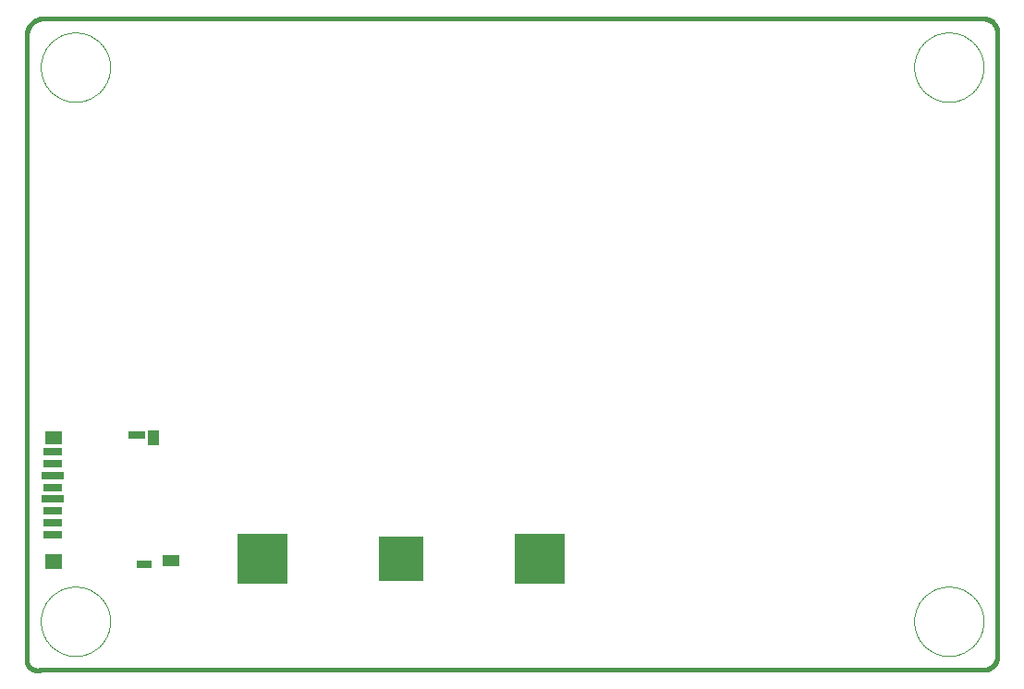
<source format=gtp>
G75*
%MOIN*%
%OFA0B0*%
%FSLAX25Y25*%
%IPPOS*%
%LPD*%
%AMOC8*
5,1,8,0,0,1.08239X$1,22.5*
%
%ADD10C,0.00100*%
%ADD11C,0.01600*%
%ADD12R,0.16000X0.16000*%
%ADD13R,0.18000X0.18000*%
%ADD14R,0.05906X0.05512*%
%ADD15R,0.05906X0.05118*%
%ADD16R,0.06890X0.02756*%
%ADD17R,0.08000X0.02756*%
%ADD18R,0.05906X0.03150*%
%ADD19R,0.03937X0.05512*%
%ADD20R,0.05512X0.03150*%
%ADD21R,0.06102X0.03937*%
D10*
X0022500Y0019503D02*
X0022504Y0019810D01*
X0022515Y0020116D01*
X0022534Y0020423D01*
X0022560Y0020728D01*
X0022594Y0021033D01*
X0022635Y0021337D01*
X0022684Y0021640D01*
X0022740Y0021942D01*
X0022804Y0022242D01*
X0022875Y0022540D01*
X0022953Y0022837D01*
X0023038Y0023132D01*
X0023131Y0023424D01*
X0023231Y0023714D01*
X0023338Y0024002D01*
X0023452Y0024287D01*
X0023572Y0024569D01*
X0023700Y0024847D01*
X0023835Y0025123D01*
X0023976Y0025395D01*
X0024124Y0025664D01*
X0024278Y0025929D01*
X0024439Y0026190D01*
X0024607Y0026448D01*
X0024780Y0026701D01*
X0024960Y0026949D01*
X0025146Y0027193D01*
X0025337Y0027433D01*
X0025535Y0027668D01*
X0025738Y0027897D01*
X0025947Y0028122D01*
X0026161Y0028342D01*
X0026381Y0028556D01*
X0026606Y0028765D01*
X0026835Y0028968D01*
X0027070Y0029166D01*
X0027310Y0029357D01*
X0027554Y0029543D01*
X0027802Y0029723D01*
X0028055Y0029896D01*
X0028313Y0030064D01*
X0028574Y0030225D01*
X0028839Y0030379D01*
X0029108Y0030527D01*
X0029380Y0030668D01*
X0029656Y0030803D01*
X0029934Y0030931D01*
X0030216Y0031051D01*
X0030501Y0031165D01*
X0030789Y0031272D01*
X0031079Y0031372D01*
X0031371Y0031465D01*
X0031666Y0031550D01*
X0031963Y0031628D01*
X0032261Y0031699D01*
X0032561Y0031763D01*
X0032863Y0031819D01*
X0033166Y0031868D01*
X0033470Y0031909D01*
X0033775Y0031943D01*
X0034080Y0031969D01*
X0034387Y0031988D01*
X0034693Y0031999D01*
X0035000Y0032003D01*
X0035307Y0031999D01*
X0035613Y0031988D01*
X0035920Y0031969D01*
X0036225Y0031943D01*
X0036530Y0031909D01*
X0036834Y0031868D01*
X0037137Y0031819D01*
X0037439Y0031763D01*
X0037739Y0031699D01*
X0038037Y0031628D01*
X0038334Y0031550D01*
X0038629Y0031465D01*
X0038921Y0031372D01*
X0039211Y0031272D01*
X0039499Y0031165D01*
X0039784Y0031051D01*
X0040066Y0030931D01*
X0040344Y0030803D01*
X0040620Y0030668D01*
X0040892Y0030527D01*
X0041161Y0030379D01*
X0041426Y0030225D01*
X0041687Y0030064D01*
X0041945Y0029896D01*
X0042198Y0029723D01*
X0042446Y0029543D01*
X0042690Y0029357D01*
X0042930Y0029166D01*
X0043165Y0028968D01*
X0043394Y0028765D01*
X0043619Y0028556D01*
X0043839Y0028342D01*
X0044053Y0028122D01*
X0044262Y0027897D01*
X0044465Y0027668D01*
X0044663Y0027433D01*
X0044854Y0027193D01*
X0045040Y0026949D01*
X0045220Y0026701D01*
X0045393Y0026448D01*
X0045561Y0026190D01*
X0045722Y0025929D01*
X0045876Y0025664D01*
X0046024Y0025395D01*
X0046165Y0025123D01*
X0046300Y0024847D01*
X0046428Y0024569D01*
X0046548Y0024287D01*
X0046662Y0024002D01*
X0046769Y0023714D01*
X0046869Y0023424D01*
X0046962Y0023132D01*
X0047047Y0022837D01*
X0047125Y0022540D01*
X0047196Y0022242D01*
X0047260Y0021942D01*
X0047316Y0021640D01*
X0047365Y0021337D01*
X0047406Y0021033D01*
X0047440Y0020728D01*
X0047466Y0020423D01*
X0047485Y0020116D01*
X0047496Y0019810D01*
X0047500Y0019503D01*
X0047496Y0019196D01*
X0047485Y0018890D01*
X0047466Y0018583D01*
X0047440Y0018278D01*
X0047406Y0017973D01*
X0047365Y0017669D01*
X0047316Y0017366D01*
X0047260Y0017064D01*
X0047196Y0016764D01*
X0047125Y0016466D01*
X0047047Y0016169D01*
X0046962Y0015874D01*
X0046869Y0015582D01*
X0046769Y0015292D01*
X0046662Y0015004D01*
X0046548Y0014719D01*
X0046428Y0014437D01*
X0046300Y0014159D01*
X0046165Y0013883D01*
X0046024Y0013611D01*
X0045876Y0013342D01*
X0045722Y0013077D01*
X0045561Y0012816D01*
X0045393Y0012558D01*
X0045220Y0012305D01*
X0045040Y0012057D01*
X0044854Y0011813D01*
X0044663Y0011573D01*
X0044465Y0011338D01*
X0044262Y0011109D01*
X0044053Y0010884D01*
X0043839Y0010664D01*
X0043619Y0010450D01*
X0043394Y0010241D01*
X0043165Y0010038D01*
X0042930Y0009840D01*
X0042690Y0009649D01*
X0042446Y0009463D01*
X0042198Y0009283D01*
X0041945Y0009110D01*
X0041687Y0008942D01*
X0041426Y0008781D01*
X0041161Y0008627D01*
X0040892Y0008479D01*
X0040620Y0008338D01*
X0040344Y0008203D01*
X0040066Y0008075D01*
X0039784Y0007955D01*
X0039499Y0007841D01*
X0039211Y0007734D01*
X0038921Y0007634D01*
X0038629Y0007541D01*
X0038334Y0007456D01*
X0038037Y0007378D01*
X0037739Y0007307D01*
X0037439Y0007243D01*
X0037137Y0007187D01*
X0036834Y0007138D01*
X0036530Y0007097D01*
X0036225Y0007063D01*
X0035920Y0007037D01*
X0035613Y0007018D01*
X0035307Y0007007D01*
X0035000Y0007003D01*
X0034693Y0007007D01*
X0034387Y0007018D01*
X0034080Y0007037D01*
X0033775Y0007063D01*
X0033470Y0007097D01*
X0033166Y0007138D01*
X0032863Y0007187D01*
X0032561Y0007243D01*
X0032261Y0007307D01*
X0031963Y0007378D01*
X0031666Y0007456D01*
X0031371Y0007541D01*
X0031079Y0007634D01*
X0030789Y0007734D01*
X0030501Y0007841D01*
X0030216Y0007955D01*
X0029934Y0008075D01*
X0029656Y0008203D01*
X0029380Y0008338D01*
X0029108Y0008479D01*
X0028839Y0008627D01*
X0028574Y0008781D01*
X0028313Y0008942D01*
X0028055Y0009110D01*
X0027802Y0009283D01*
X0027554Y0009463D01*
X0027310Y0009649D01*
X0027070Y0009840D01*
X0026835Y0010038D01*
X0026606Y0010241D01*
X0026381Y0010450D01*
X0026161Y0010664D01*
X0025947Y0010884D01*
X0025738Y0011109D01*
X0025535Y0011338D01*
X0025337Y0011573D01*
X0025146Y0011813D01*
X0024960Y0012057D01*
X0024780Y0012305D01*
X0024607Y0012558D01*
X0024439Y0012816D01*
X0024278Y0013077D01*
X0024124Y0013342D01*
X0023976Y0013611D01*
X0023835Y0013883D01*
X0023700Y0014159D01*
X0023572Y0014437D01*
X0023452Y0014719D01*
X0023338Y0015004D01*
X0023231Y0015292D01*
X0023131Y0015582D01*
X0023038Y0015874D01*
X0022953Y0016169D01*
X0022875Y0016466D01*
X0022804Y0016764D01*
X0022740Y0017064D01*
X0022684Y0017366D01*
X0022635Y0017669D01*
X0022594Y0017973D01*
X0022560Y0018278D01*
X0022534Y0018583D01*
X0022515Y0018890D01*
X0022504Y0019196D01*
X0022500Y0019503D01*
X0022500Y0219503D02*
X0022504Y0219810D01*
X0022515Y0220116D01*
X0022534Y0220423D01*
X0022560Y0220728D01*
X0022594Y0221033D01*
X0022635Y0221337D01*
X0022684Y0221640D01*
X0022740Y0221942D01*
X0022804Y0222242D01*
X0022875Y0222540D01*
X0022953Y0222837D01*
X0023038Y0223132D01*
X0023131Y0223424D01*
X0023231Y0223714D01*
X0023338Y0224002D01*
X0023452Y0224287D01*
X0023572Y0224569D01*
X0023700Y0224847D01*
X0023835Y0225123D01*
X0023976Y0225395D01*
X0024124Y0225664D01*
X0024278Y0225929D01*
X0024439Y0226190D01*
X0024607Y0226448D01*
X0024780Y0226701D01*
X0024960Y0226949D01*
X0025146Y0227193D01*
X0025337Y0227433D01*
X0025535Y0227668D01*
X0025738Y0227897D01*
X0025947Y0228122D01*
X0026161Y0228342D01*
X0026381Y0228556D01*
X0026606Y0228765D01*
X0026835Y0228968D01*
X0027070Y0229166D01*
X0027310Y0229357D01*
X0027554Y0229543D01*
X0027802Y0229723D01*
X0028055Y0229896D01*
X0028313Y0230064D01*
X0028574Y0230225D01*
X0028839Y0230379D01*
X0029108Y0230527D01*
X0029380Y0230668D01*
X0029656Y0230803D01*
X0029934Y0230931D01*
X0030216Y0231051D01*
X0030501Y0231165D01*
X0030789Y0231272D01*
X0031079Y0231372D01*
X0031371Y0231465D01*
X0031666Y0231550D01*
X0031963Y0231628D01*
X0032261Y0231699D01*
X0032561Y0231763D01*
X0032863Y0231819D01*
X0033166Y0231868D01*
X0033470Y0231909D01*
X0033775Y0231943D01*
X0034080Y0231969D01*
X0034387Y0231988D01*
X0034693Y0231999D01*
X0035000Y0232003D01*
X0035307Y0231999D01*
X0035613Y0231988D01*
X0035920Y0231969D01*
X0036225Y0231943D01*
X0036530Y0231909D01*
X0036834Y0231868D01*
X0037137Y0231819D01*
X0037439Y0231763D01*
X0037739Y0231699D01*
X0038037Y0231628D01*
X0038334Y0231550D01*
X0038629Y0231465D01*
X0038921Y0231372D01*
X0039211Y0231272D01*
X0039499Y0231165D01*
X0039784Y0231051D01*
X0040066Y0230931D01*
X0040344Y0230803D01*
X0040620Y0230668D01*
X0040892Y0230527D01*
X0041161Y0230379D01*
X0041426Y0230225D01*
X0041687Y0230064D01*
X0041945Y0229896D01*
X0042198Y0229723D01*
X0042446Y0229543D01*
X0042690Y0229357D01*
X0042930Y0229166D01*
X0043165Y0228968D01*
X0043394Y0228765D01*
X0043619Y0228556D01*
X0043839Y0228342D01*
X0044053Y0228122D01*
X0044262Y0227897D01*
X0044465Y0227668D01*
X0044663Y0227433D01*
X0044854Y0227193D01*
X0045040Y0226949D01*
X0045220Y0226701D01*
X0045393Y0226448D01*
X0045561Y0226190D01*
X0045722Y0225929D01*
X0045876Y0225664D01*
X0046024Y0225395D01*
X0046165Y0225123D01*
X0046300Y0224847D01*
X0046428Y0224569D01*
X0046548Y0224287D01*
X0046662Y0224002D01*
X0046769Y0223714D01*
X0046869Y0223424D01*
X0046962Y0223132D01*
X0047047Y0222837D01*
X0047125Y0222540D01*
X0047196Y0222242D01*
X0047260Y0221942D01*
X0047316Y0221640D01*
X0047365Y0221337D01*
X0047406Y0221033D01*
X0047440Y0220728D01*
X0047466Y0220423D01*
X0047485Y0220116D01*
X0047496Y0219810D01*
X0047500Y0219503D01*
X0047496Y0219196D01*
X0047485Y0218890D01*
X0047466Y0218583D01*
X0047440Y0218278D01*
X0047406Y0217973D01*
X0047365Y0217669D01*
X0047316Y0217366D01*
X0047260Y0217064D01*
X0047196Y0216764D01*
X0047125Y0216466D01*
X0047047Y0216169D01*
X0046962Y0215874D01*
X0046869Y0215582D01*
X0046769Y0215292D01*
X0046662Y0215004D01*
X0046548Y0214719D01*
X0046428Y0214437D01*
X0046300Y0214159D01*
X0046165Y0213883D01*
X0046024Y0213611D01*
X0045876Y0213342D01*
X0045722Y0213077D01*
X0045561Y0212816D01*
X0045393Y0212558D01*
X0045220Y0212305D01*
X0045040Y0212057D01*
X0044854Y0211813D01*
X0044663Y0211573D01*
X0044465Y0211338D01*
X0044262Y0211109D01*
X0044053Y0210884D01*
X0043839Y0210664D01*
X0043619Y0210450D01*
X0043394Y0210241D01*
X0043165Y0210038D01*
X0042930Y0209840D01*
X0042690Y0209649D01*
X0042446Y0209463D01*
X0042198Y0209283D01*
X0041945Y0209110D01*
X0041687Y0208942D01*
X0041426Y0208781D01*
X0041161Y0208627D01*
X0040892Y0208479D01*
X0040620Y0208338D01*
X0040344Y0208203D01*
X0040066Y0208075D01*
X0039784Y0207955D01*
X0039499Y0207841D01*
X0039211Y0207734D01*
X0038921Y0207634D01*
X0038629Y0207541D01*
X0038334Y0207456D01*
X0038037Y0207378D01*
X0037739Y0207307D01*
X0037439Y0207243D01*
X0037137Y0207187D01*
X0036834Y0207138D01*
X0036530Y0207097D01*
X0036225Y0207063D01*
X0035920Y0207037D01*
X0035613Y0207018D01*
X0035307Y0207007D01*
X0035000Y0207003D01*
X0034693Y0207007D01*
X0034387Y0207018D01*
X0034080Y0207037D01*
X0033775Y0207063D01*
X0033470Y0207097D01*
X0033166Y0207138D01*
X0032863Y0207187D01*
X0032561Y0207243D01*
X0032261Y0207307D01*
X0031963Y0207378D01*
X0031666Y0207456D01*
X0031371Y0207541D01*
X0031079Y0207634D01*
X0030789Y0207734D01*
X0030501Y0207841D01*
X0030216Y0207955D01*
X0029934Y0208075D01*
X0029656Y0208203D01*
X0029380Y0208338D01*
X0029108Y0208479D01*
X0028839Y0208627D01*
X0028574Y0208781D01*
X0028313Y0208942D01*
X0028055Y0209110D01*
X0027802Y0209283D01*
X0027554Y0209463D01*
X0027310Y0209649D01*
X0027070Y0209840D01*
X0026835Y0210038D01*
X0026606Y0210241D01*
X0026381Y0210450D01*
X0026161Y0210664D01*
X0025947Y0210884D01*
X0025738Y0211109D01*
X0025535Y0211338D01*
X0025337Y0211573D01*
X0025146Y0211813D01*
X0024960Y0212057D01*
X0024780Y0212305D01*
X0024607Y0212558D01*
X0024439Y0212816D01*
X0024278Y0213077D01*
X0024124Y0213342D01*
X0023976Y0213611D01*
X0023835Y0213883D01*
X0023700Y0214159D01*
X0023572Y0214437D01*
X0023452Y0214719D01*
X0023338Y0215004D01*
X0023231Y0215292D01*
X0023131Y0215582D01*
X0023038Y0215874D01*
X0022953Y0216169D01*
X0022875Y0216466D01*
X0022804Y0216764D01*
X0022740Y0217064D01*
X0022684Y0217366D01*
X0022635Y0217669D01*
X0022594Y0217973D01*
X0022560Y0218278D01*
X0022534Y0218583D01*
X0022515Y0218890D01*
X0022504Y0219196D01*
X0022500Y0219503D01*
X0337500Y0219503D02*
X0337504Y0219810D01*
X0337515Y0220116D01*
X0337534Y0220423D01*
X0337560Y0220728D01*
X0337594Y0221033D01*
X0337635Y0221337D01*
X0337684Y0221640D01*
X0337740Y0221942D01*
X0337804Y0222242D01*
X0337875Y0222540D01*
X0337953Y0222837D01*
X0338038Y0223132D01*
X0338131Y0223424D01*
X0338231Y0223714D01*
X0338338Y0224002D01*
X0338452Y0224287D01*
X0338572Y0224569D01*
X0338700Y0224847D01*
X0338835Y0225123D01*
X0338976Y0225395D01*
X0339124Y0225664D01*
X0339278Y0225929D01*
X0339439Y0226190D01*
X0339607Y0226448D01*
X0339780Y0226701D01*
X0339960Y0226949D01*
X0340146Y0227193D01*
X0340337Y0227433D01*
X0340535Y0227668D01*
X0340738Y0227897D01*
X0340947Y0228122D01*
X0341161Y0228342D01*
X0341381Y0228556D01*
X0341606Y0228765D01*
X0341835Y0228968D01*
X0342070Y0229166D01*
X0342310Y0229357D01*
X0342554Y0229543D01*
X0342802Y0229723D01*
X0343055Y0229896D01*
X0343313Y0230064D01*
X0343574Y0230225D01*
X0343839Y0230379D01*
X0344108Y0230527D01*
X0344380Y0230668D01*
X0344656Y0230803D01*
X0344934Y0230931D01*
X0345216Y0231051D01*
X0345501Y0231165D01*
X0345789Y0231272D01*
X0346079Y0231372D01*
X0346371Y0231465D01*
X0346666Y0231550D01*
X0346963Y0231628D01*
X0347261Y0231699D01*
X0347561Y0231763D01*
X0347863Y0231819D01*
X0348166Y0231868D01*
X0348470Y0231909D01*
X0348775Y0231943D01*
X0349080Y0231969D01*
X0349387Y0231988D01*
X0349693Y0231999D01*
X0350000Y0232003D01*
X0350307Y0231999D01*
X0350613Y0231988D01*
X0350920Y0231969D01*
X0351225Y0231943D01*
X0351530Y0231909D01*
X0351834Y0231868D01*
X0352137Y0231819D01*
X0352439Y0231763D01*
X0352739Y0231699D01*
X0353037Y0231628D01*
X0353334Y0231550D01*
X0353629Y0231465D01*
X0353921Y0231372D01*
X0354211Y0231272D01*
X0354499Y0231165D01*
X0354784Y0231051D01*
X0355066Y0230931D01*
X0355344Y0230803D01*
X0355620Y0230668D01*
X0355892Y0230527D01*
X0356161Y0230379D01*
X0356426Y0230225D01*
X0356687Y0230064D01*
X0356945Y0229896D01*
X0357198Y0229723D01*
X0357446Y0229543D01*
X0357690Y0229357D01*
X0357930Y0229166D01*
X0358165Y0228968D01*
X0358394Y0228765D01*
X0358619Y0228556D01*
X0358839Y0228342D01*
X0359053Y0228122D01*
X0359262Y0227897D01*
X0359465Y0227668D01*
X0359663Y0227433D01*
X0359854Y0227193D01*
X0360040Y0226949D01*
X0360220Y0226701D01*
X0360393Y0226448D01*
X0360561Y0226190D01*
X0360722Y0225929D01*
X0360876Y0225664D01*
X0361024Y0225395D01*
X0361165Y0225123D01*
X0361300Y0224847D01*
X0361428Y0224569D01*
X0361548Y0224287D01*
X0361662Y0224002D01*
X0361769Y0223714D01*
X0361869Y0223424D01*
X0361962Y0223132D01*
X0362047Y0222837D01*
X0362125Y0222540D01*
X0362196Y0222242D01*
X0362260Y0221942D01*
X0362316Y0221640D01*
X0362365Y0221337D01*
X0362406Y0221033D01*
X0362440Y0220728D01*
X0362466Y0220423D01*
X0362485Y0220116D01*
X0362496Y0219810D01*
X0362500Y0219503D01*
X0362496Y0219196D01*
X0362485Y0218890D01*
X0362466Y0218583D01*
X0362440Y0218278D01*
X0362406Y0217973D01*
X0362365Y0217669D01*
X0362316Y0217366D01*
X0362260Y0217064D01*
X0362196Y0216764D01*
X0362125Y0216466D01*
X0362047Y0216169D01*
X0361962Y0215874D01*
X0361869Y0215582D01*
X0361769Y0215292D01*
X0361662Y0215004D01*
X0361548Y0214719D01*
X0361428Y0214437D01*
X0361300Y0214159D01*
X0361165Y0213883D01*
X0361024Y0213611D01*
X0360876Y0213342D01*
X0360722Y0213077D01*
X0360561Y0212816D01*
X0360393Y0212558D01*
X0360220Y0212305D01*
X0360040Y0212057D01*
X0359854Y0211813D01*
X0359663Y0211573D01*
X0359465Y0211338D01*
X0359262Y0211109D01*
X0359053Y0210884D01*
X0358839Y0210664D01*
X0358619Y0210450D01*
X0358394Y0210241D01*
X0358165Y0210038D01*
X0357930Y0209840D01*
X0357690Y0209649D01*
X0357446Y0209463D01*
X0357198Y0209283D01*
X0356945Y0209110D01*
X0356687Y0208942D01*
X0356426Y0208781D01*
X0356161Y0208627D01*
X0355892Y0208479D01*
X0355620Y0208338D01*
X0355344Y0208203D01*
X0355066Y0208075D01*
X0354784Y0207955D01*
X0354499Y0207841D01*
X0354211Y0207734D01*
X0353921Y0207634D01*
X0353629Y0207541D01*
X0353334Y0207456D01*
X0353037Y0207378D01*
X0352739Y0207307D01*
X0352439Y0207243D01*
X0352137Y0207187D01*
X0351834Y0207138D01*
X0351530Y0207097D01*
X0351225Y0207063D01*
X0350920Y0207037D01*
X0350613Y0207018D01*
X0350307Y0207007D01*
X0350000Y0207003D01*
X0349693Y0207007D01*
X0349387Y0207018D01*
X0349080Y0207037D01*
X0348775Y0207063D01*
X0348470Y0207097D01*
X0348166Y0207138D01*
X0347863Y0207187D01*
X0347561Y0207243D01*
X0347261Y0207307D01*
X0346963Y0207378D01*
X0346666Y0207456D01*
X0346371Y0207541D01*
X0346079Y0207634D01*
X0345789Y0207734D01*
X0345501Y0207841D01*
X0345216Y0207955D01*
X0344934Y0208075D01*
X0344656Y0208203D01*
X0344380Y0208338D01*
X0344108Y0208479D01*
X0343839Y0208627D01*
X0343574Y0208781D01*
X0343313Y0208942D01*
X0343055Y0209110D01*
X0342802Y0209283D01*
X0342554Y0209463D01*
X0342310Y0209649D01*
X0342070Y0209840D01*
X0341835Y0210038D01*
X0341606Y0210241D01*
X0341381Y0210450D01*
X0341161Y0210664D01*
X0340947Y0210884D01*
X0340738Y0211109D01*
X0340535Y0211338D01*
X0340337Y0211573D01*
X0340146Y0211813D01*
X0339960Y0212057D01*
X0339780Y0212305D01*
X0339607Y0212558D01*
X0339439Y0212816D01*
X0339278Y0213077D01*
X0339124Y0213342D01*
X0338976Y0213611D01*
X0338835Y0213883D01*
X0338700Y0214159D01*
X0338572Y0214437D01*
X0338452Y0214719D01*
X0338338Y0215004D01*
X0338231Y0215292D01*
X0338131Y0215582D01*
X0338038Y0215874D01*
X0337953Y0216169D01*
X0337875Y0216466D01*
X0337804Y0216764D01*
X0337740Y0217064D01*
X0337684Y0217366D01*
X0337635Y0217669D01*
X0337594Y0217973D01*
X0337560Y0218278D01*
X0337534Y0218583D01*
X0337515Y0218890D01*
X0337504Y0219196D01*
X0337500Y0219503D01*
X0337500Y0019503D02*
X0337504Y0019810D01*
X0337515Y0020116D01*
X0337534Y0020423D01*
X0337560Y0020728D01*
X0337594Y0021033D01*
X0337635Y0021337D01*
X0337684Y0021640D01*
X0337740Y0021942D01*
X0337804Y0022242D01*
X0337875Y0022540D01*
X0337953Y0022837D01*
X0338038Y0023132D01*
X0338131Y0023424D01*
X0338231Y0023714D01*
X0338338Y0024002D01*
X0338452Y0024287D01*
X0338572Y0024569D01*
X0338700Y0024847D01*
X0338835Y0025123D01*
X0338976Y0025395D01*
X0339124Y0025664D01*
X0339278Y0025929D01*
X0339439Y0026190D01*
X0339607Y0026448D01*
X0339780Y0026701D01*
X0339960Y0026949D01*
X0340146Y0027193D01*
X0340337Y0027433D01*
X0340535Y0027668D01*
X0340738Y0027897D01*
X0340947Y0028122D01*
X0341161Y0028342D01*
X0341381Y0028556D01*
X0341606Y0028765D01*
X0341835Y0028968D01*
X0342070Y0029166D01*
X0342310Y0029357D01*
X0342554Y0029543D01*
X0342802Y0029723D01*
X0343055Y0029896D01*
X0343313Y0030064D01*
X0343574Y0030225D01*
X0343839Y0030379D01*
X0344108Y0030527D01*
X0344380Y0030668D01*
X0344656Y0030803D01*
X0344934Y0030931D01*
X0345216Y0031051D01*
X0345501Y0031165D01*
X0345789Y0031272D01*
X0346079Y0031372D01*
X0346371Y0031465D01*
X0346666Y0031550D01*
X0346963Y0031628D01*
X0347261Y0031699D01*
X0347561Y0031763D01*
X0347863Y0031819D01*
X0348166Y0031868D01*
X0348470Y0031909D01*
X0348775Y0031943D01*
X0349080Y0031969D01*
X0349387Y0031988D01*
X0349693Y0031999D01*
X0350000Y0032003D01*
X0350307Y0031999D01*
X0350613Y0031988D01*
X0350920Y0031969D01*
X0351225Y0031943D01*
X0351530Y0031909D01*
X0351834Y0031868D01*
X0352137Y0031819D01*
X0352439Y0031763D01*
X0352739Y0031699D01*
X0353037Y0031628D01*
X0353334Y0031550D01*
X0353629Y0031465D01*
X0353921Y0031372D01*
X0354211Y0031272D01*
X0354499Y0031165D01*
X0354784Y0031051D01*
X0355066Y0030931D01*
X0355344Y0030803D01*
X0355620Y0030668D01*
X0355892Y0030527D01*
X0356161Y0030379D01*
X0356426Y0030225D01*
X0356687Y0030064D01*
X0356945Y0029896D01*
X0357198Y0029723D01*
X0357446Y0029543D01*
X0357690Y0029357D01*
X0357930Y0029166D01*
X0358165Y0028968D01*
X0358394Y0028765D01*
X0358619Y0028556D01*
X0358839Y0028342D01*
X0359053Y0028122D01*
X0359262Y0027897D01*
X0359465Y0027668D01*
X0359663Y0027433D01*
X0359854Y0027193D01*
X0360040Y0026949D01*
X0360220Y0026701D01*
X0360393Y0026448D01*
X0360561Y0026190D01*
X0360722Y0025929D01*
X0360876Y0025664D01*
X0361024Y0025395D01*
X0361165Y0025123D01*
X0361300Y0024847D01*
X0361428Y0024569D01*
X0361548Y0024287D01*
X0361662Y0024002D01*
X0361769Y0023714D01*
X0361869Y0023424D01*
X0361962Y0023132D01*
X0362047Y0022837D01*
X0362125Y0022540D01*
X0362196Y0022242D01*
X0362260Y0021942D01*
X0362316Y0021640D01*
X0362365Y0021337D01*
X0362406Y0021033D01*
X0362440Y0020728D01*
X0362466Y0020423D01*
X0362485Y0020116D01*
X0362496Y0019810D01*
X0362500Y0019503D01*
X0362496Y0019196D01*
X0362485Y0018890D01*
X0362466Y0018583D01*
X0362440Y0018278D01*
X0362406Y0017973D01*
X0362365Y0017669D01*
X0362316Y0017366D01*
X0362260Y0017064D01*
X0362196Y0016764D01*
X0362125Y0016466D01*
X0362047Y0016169D01*
X0361962Y0015874D01*
X0361869Y0015582D01*
X0361769Y0015292D01*
X0361662Y0015004D01*
X0361548Y0014719D01*
X0361428Y0014437D01*
X0361300Y0014159D01*
X0361165Y0013883D01*
X0361024Y0013611D01*
X0360876Y0013342D01*
X0360722Y0013077D01*
X0360561Y0012816D01*
X0360393Y0012558D01*
X0360220Y0012305D01*
X0360040Y0012057D01*
X0359854Y0011813D01*
X0359663Y0011573D01*
X0359465Y0011338D01*
X0359262Y0011109D01*
X0359053Y0010884D01*
X0358839Y0010664D01*
X0358619Y0010450D01*
X0358394Y0010241D01*
X0358165Y0010038D01*
X0357930Y0009840D01*
X0357690Y0009649D01*
X0357446Y0009463D01*
X0357198Y0009283D01*
X0356945Y0009110D01*
X0356687Y0008942D01*
X0356426Y0008781D01*
X0356161Y0008627D01*
X0355892Y0008479D01*
X0355620Y0008338D01*
X0355344Y0008203D01*
X0355066Y0008075D01*
X0354784Y0007955D01*
X0354499Y0007841D01*
X0354211Y0007734D01*
X0353921Y0007634D01*
X0353629Y0007541D01*
X0353334Y0007456D01*
X0353037Y0007378D01*
X0352739Y0007307D01*
X0352439Y0007243D01*
X0352137Y0007187D01*
X0351834Y0007138D01*
X0351530Y0007097D01*
X0351225Y0007063D01*
X0350920Y0007037D01*
X0350613Y0007018D01*
X0350307Y0007007D01*
X0350000Y0007003D01*
X0349693Y0007007D01*
X0349387Y0007018D01*
X0349080Y0007037D01*
X0348775Y0007063D01*
X0348470Y0007097D01*
X0348166Y0007138D01*
X0347863Y0007187D01*
X0347561Y0007243D01*
X0347261Y0007307D01*
X0346963Y0007378D01*
X0346666Y0007456D01*
X0346371Y0007541D01*
X0346079Y0007634D01*
X0345789Y0007734D01*
X0345501Y0007841D01*
X0345216Y0007955D01*
X0344934Y0008075D01*
X0344656Y0008203D01*
X0344380Y0008338D01*
X0344108Y0008479D01*
X0343839Y0008627D01*
X0343574Y0008781D01*
X0343313Y0008942D01*
X0343055Y0009110D01*
X0342802Y0009283D01*
X0342554Y0009463D01*
X0342310Y0009649D01*
X0342070Y0009840D01*
X0341835Y0010038D01*
X0341606Y0010241D01*
X0341381Y0010450D01*
X0341161Y0010664D01*
X0340947Y0010884D01*
X0340738Y0011109D01*
X0340535Y0011338D01*
X0340337Y0011573D01*
X0340146Y0011813D01*
X0339960Y0012057D01*
X0339780Y0012305D01*
X0339607Y0012558D01*
X0339439Y0012816D01*
X0339278Y0013077D01*
X0339124Y0013342D01*
X0338976Y0013611D01*
X0338835Y0013883D01*
X0338700Y0014159D01*
X0338572Y0014437D01*
X0338452Y0014719D01*
X0338338Y0015004D01*
X0338231Y0015292D01*
X0338131Y0015582D01*
X0338038Y0015874D01*
X0337953Y0016169D01*
X0337875Y0016466D01*
X0337804Y0016764D01*
X0337740Y0017064D01*
X0337684Y0017366D01*
X0337635Y0017669D01*
X0337594Y0017973D01*
X0337560Y0018278D01*
X0337534Y0018583D01*
X0337515Y0018890D01*
X0337504Y0019196D01*
X0337500Y0019503D01*
D11*
X0017500Y0004503D02*
X0017500Y0229503D01*
X0017471Y0229659D01*
X0017445Y0229816D01*
X0017424Y0229974D01*
X0017406Y0230131D01*
X0017393Y0230290D01*
X0017383Y0230448D01*
X0017378Y0230607D01*
X0017376Y0230766D01*
X0017378Y0230925D01*
X0017385Y0231084D01*
X0017395Y0231242D01*
X0017409Y0231401D01*
X0017427Y0231559D01*
X0017449Y0231716D01*
X0017475Y0231873D01*
X0017505Y0232029D01*
X0017539Y0232184D01*
X0017576Y0232339D01*
X0017618Y0232492D01*
X0017663Y0232644D01*
X0017712Y0232796D01*
X0017765Y0232945D01*
X0017821Y0233094D01*
X0017882Y0233241D01*
X0017946Y0233387D01*
X0018013Y0233530D01*
X0018084Y0233673D01*
X0018159Y0233813D01*
X0018237Y0233951D01*
X0018318Y0234088D01*
X0018403Y0234222D01*
X0018491Y0234354D01*
X0018582Y0234484D01*
X0018677Y0234612D01*
X0018775Y0234737D01*
X0018876Y0234860D01*
X0018980Y0234980D01*
X0019087Y0235098D01*
X0019196Y0235213D01*
X0019309Y0235325D01*
X0019424Y0235434D01*
X0019542Y0235541D01*
X0019663Y0235644D01*
X0019786Y0235745D01*
X0019912Y0235842D01*
X0020040Y0235936D01*
X0020170Y0236027D01*
X0020303Y0236114D01*
X0020438Y0236199D01*
X0020574Y0236280D01*
X0020713Y0236357D01*
X0020854Y0236431D01*
X0020996Y0236501D01*
X0021140Y0236568D01*
X0021286Y0236632D01*
X0021434Y0236691D01*
X0021582Y0236747D01*
X0021732Y0236799D01*
X0021884Y0236848D01*
X0022036Y0236892D01*
X0022190Y0236933D01*
X0022345Y0236970D01*
X0022500Y0237003D01*
X0362500Y0237003D01*
X0362640Y0237001D01*
X0362780Y0236995D01*
X0362920Y0236985D01*
X0363060Y0236972D01*
X0363199Y0236954D01*
X0363338Y0236932D01*
X0363475Y0236907D01*
X0363613Y0236878D01*
X0363749Y0236845D01*
X0363884Y0236808D01*
X0364018Y0236767D01*
X0364151Y0236722D01*
X0364283Y0236674D01*
X0364413Y0236622D01*
X0364542Y0236567D01*
X0364669Y0236508D01*
X0364795Y0236445D01*
X0364919Y0236379D01*
X0365040Y0236310D01*
X0365160Y0236237D01*
X0365278Y0236160D01*
X0365393Y0236081D01*
X0365507Y0235998D01*
X0365617Y0235912D01*
X0365726Y0235823D01*
X0365832Y0235731D01*
X0365935Y0235636D01*
X0366036Y0235539D01*
X0366133Y0235438D01*
X0366228Y0235335D01*
X0366320Y0235229D01*
X0366409Y0235120D01*
X0366495Y0235010D01*
X0366578Y0234896D01*
X0366657Y0234781D01*
X0366734Y0234663D01*
X0366807Y0234543D01*
X0366876Y0234422D01*
X0366942Y0234298D01*
X0367005Y0234172D01*
X0367064Y0234045D01*
X0367119Y0233916D01*
X0367171Y0233786D01*
X0367219Y0233654D01*
X0367264Y0233521D01*
X0367305Y0233387D01*
X0367342Y0233252D01*
X0367375Y0233116D01*
X0367404Y0232978D01*
X0367429Y0232841D01*
X0367451Y0232702D01*
X0367469Y0232563D01*
X0367482Y0232423D01*
X0367492Y0232283D01*
X0367498Y0232143D01*
X0367500Y0232003D01*
X0367500Y0007003D01*
X0367498Y0006863D01*
X0367492Y0006723D01*
X0367482Y0006583D01*
X0367469Y0006443D01*
X0367451Y0006304D01*
X0367429Y0006165D01*
X0367404Y0006028D01*
X0367375Y0005890D01*
X0367342Y0005754D01*
X0367305Y0005619D01*
X0367264Y0005485D01*
X0367219Y0005352D01*
X0367171Y0005220D01*
X0367119Y0005090D01*
X0367064Y0004961D01*
X0367005Y0004834D01*
X0366942Y0004708D01*
X0366876Y0004584D01*
X0366807Y0004463D01*
X0366734Y0004343D01*
X0366657Y0004225D01*
X0366578Y0004110D01*
X0366495Y0003996D01*
X0366409Y0003886D01*
X0366320Y0003777D01*
X0366228Y0003671D01*
X0366133Y0003568D01*
X0366036Y0003467D01*
X0365935Y0003370D01*
X0365832Y0003275D01*
X0365726Y0003183D01*
X0365617Y0003094D01*
X0365507Y0003008D01*
X0365393Y0002925D01*
X0365278Y0002846D01*
X0365160Y0002769D01*
X0365040Y0002696D01*
X0364919Y0002627D01*
X0364795Y0002561D01*
X0364669Y0002498D01*
X0364542Y0002439D01*
X0364413Y0002384D01*
X0364283Y0002332D01*
X0364151Y0002284D01*
X0364018Y0002239D01*
X0363884Y0002198D01*
X0363749Y0002161D01*
X0363613Y0002128D01*
X0363475Y0002099D01*
X0363338Y0002074D01*
X0363199Y0002052D01*
X0363060Y0002034D01*
X0362920Y0002021D01*
X0362780Y0002011D01*
X0362640Y0002005D01*
X0362500Y0002003D01*
X0022500Y0002003D01*
X0022382Y0001965D01*
X0022262Y0001932D01*
X0022142Y0001902D01*
X0022020Y0001876D01*
X0021898Y0001853D01*
X0021775Y0001835D01*
X0021652Y0001820D01*
X0021528Y0001810D01*
X0021404Y0001803D01*
X0021280Y0001800D01*
X0021156Y0001801D01*
X0021032Y0001806D01*
X0020908Y0001815D01*
X0020784Y0001828D01*
X0020661Y0001844D01*
X0020539Y0001865D01*
X0020417Y0001889D01*
X0020296Y0001917D01*
X0020176Y0001949D01*
X0020057Y0001984D01*
X0019939Y0002024D01*
X0019823Y0002067D01*
X0019708Y0002113D01*
X0019594Y0002164D01*
X0019482Y0002217D01*
X0019372Y0002275D01*
X0019264Y0002335D01*
X0019157Y0002399D01*
X0019053Y0002467D01*
X0018951Y0002537D01*
X0018851Y0002611D01*
X0018753Y0002688D01*
X0018658Y0002768D01*
X0018566Y0002851D01*
X0018476Y0002937D01*
X0018389Y0003025D01*
X0018305Y0003116D01*
X0018223Y0003210D01*
X0018145Y0003307D01*
X0018070Y0003405D01*
X0017998Y0003506D01*
X0017929Y0003610D01*
X0017863Y0003715D01*
X0017801Y0003822D01*
X0017742Y0003932D01*
X0017686Y0004043D01*
X0017634Y0004156D01*
X0017586Y0004270D01*
X0017541Y0004386D01*
X0017500Y0004503D01*
D12*
X0152500Y0042003D03*
D13*
X0202500Y0042003D03*
X0102500Y0042003D03*
D14*
X0027165Y0041137D03*
D15*
X0027165Y0085625D03*
D16*
X0026772Y0080704D03*
X0026772Y0076570D03*
X0026772Y0067908D03*
X0026772Y0059247D03*
X0026772Y0054916D03*
X0026772Y0050586D03*
D17*
X0026772Y0063578D03*
X0026772Y0072239D03*
D18*
X0057087Y0086806D03*
D19*
X0062992Y0085625D03*
D20*
X0059646Y0039956D03*
D21*
X0069291Y0041334D03*
M02*

</source>
